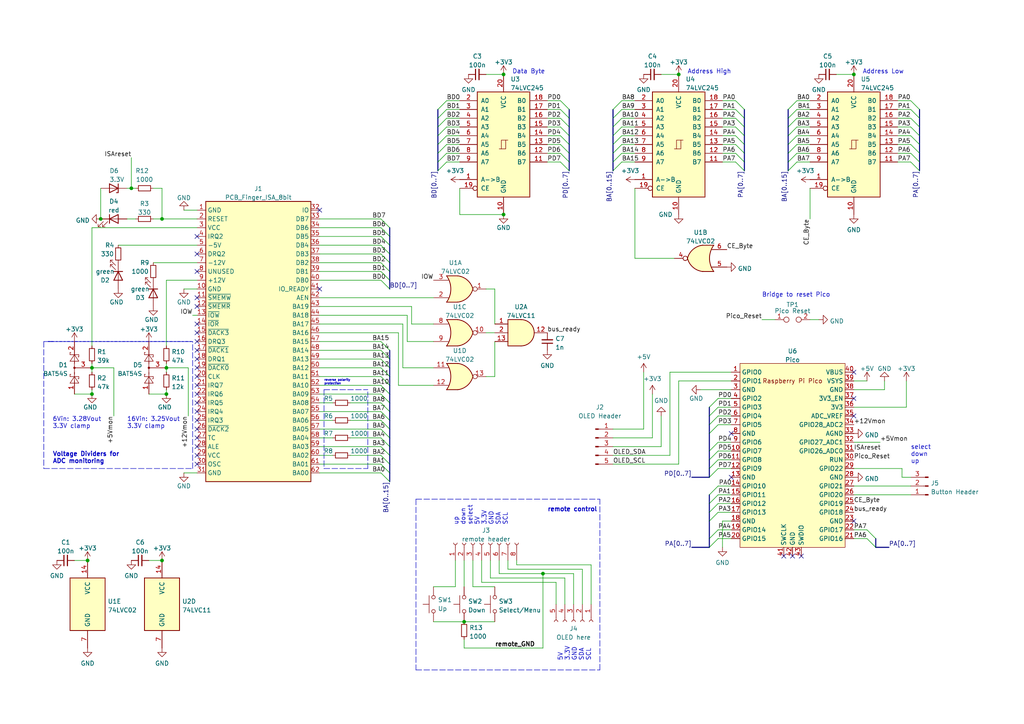
<source format=kicad_sch>
(kicad_sch (version 20211123) (generator eeschema)
  (paper "A4")
  (title_block (title "PicoPOST Prototype") (date "2022-11-13") (rev "0.51") (company "The Retro Web Community") (comment 1 "Schematic by Matthew Petry (fireTwoOneNine) and other contributors"))
  (junction (at 25.4 162.56))
  (junction (at 48.26 114.3))
  (junction (at 157.48 166.37))
  (junction (at 48.26 106.68))
  (junction (at 196.85 21.59))
  (junction (at 46.99 162.56))
  (junction (at 26.67 114.3))
  (junction (at 247.65 21.59))
  (junction (at 134.62 180.34))
  (junction (at 38.1 54.61))
  (junction (at 146.05 21.59))
  (junction (at 26.67 106.68))
  (junction (at 46.99 63.5))
  (junction (at 146.05 62.23))
  (junction (at 29.21 63.5))
  (no_connect (at 57.15 114.3))
  (no_connect (at 57.15 104.14))
  (no_connect (at 92.71 83.82))
  (no_connect (at 92.71 60.96))
  (no_connect (at 57.15 121.92))
  (no_connect (at 57.15 86.36))
  (no_connect (at 247.65 115.57))
  (no_connect (at 57.15 116.84))
  (no_connect (at 57.15 127))
  (no_connect (at 57.15 99.06))
  (no_connect (at 57.15 111.76))
  (no_connect (at 57.15 129.54))
  (no_connect (at 57.15 124.46))
  (no_connect (at 57.15 106.68))
  (no_connect (at 57.15 93.98))
  (no_connect (at 57.15 134.62))
  (no_connect (at 247.65 151.13))
  (no_connect (at 227.33 161.29))
  (no_connect (at 229.87 161.29))
  (no_connect (at 232.41 161.29))
  (no_connect (at 247.65 120.65))
  (no_connect (at 57.15 132.08))
  (no_connect (at 57.15 109.22))
  (no_connect (at 57.15 88.9))
  (no_connect (at 57.15 68.58))
  (no_connect (at 57.15 96.52))
  (no_connect (at 57.15 101.6))
  (no_connect (at 57.15 78.74))
  (no_connect (at 247.65 107.95))
  (no_connect (at 212.09 138.43))
  (no_connect (at 212.09 125.73))
  (no_connect (at 57.15 119.38))
  (no_connect (at 57.15 73.66))
  (bus_entry (at 213.36 36.83) (size 2.54 2.54))
  (bus_entry (at 213.36 34.29) (size 2.54 2.54))
  (bus_entry (at 264.16 34.29) (size 2.54 2.54))
  (bus_entry (at 110.49 66.04) (size 2.54 2.54))
  (bus_entry (at 231.14 44.45) (size -2.54 2.54))
  (bus_entry (at 213.36 46.99) (size 2.54 2.54))
  (bus_entry (at 264.16 41.91) (size 2.54 2.54))
  (bus_entry (at 213.36 29.21) (size 2.54 2.54))
  (bus_entry (at 110.49 134.62) (size 2.54 2.54))
  (bus_entry (at 110.49 119.38) (size 2.54 2.54))
  (bus_entry (at 231.14 31.75) (size -2.54 2.54))
  (bus_entry (at 213.36 39.37) (size 2.54 2.54))
  (bus_entry (at 231.14 39.37) (size -2.54 2.54))
  (bus_entry (at 231.14 46.99) (size -2.54 2.54))
  (bus_entry (at 205.74 151.13) (size 2.54 -2.54))
  (bus_entry (at 110.49 124.46) (size 2.54 2.54))
  (bus_entry (at 110.49 78.74) (size 2.54 2.54))
  (bus_entry (at 205.74 146.05) (size 2.54 -2.54))
  (bus_entry (at 264.16 29.21) (size 2.54 2.54))
  (bus_entry (at 129.54 46.99) (size -2.54 2.54))
  (bus_entry (at 129.54 44.45) (size -2.54 2.54))
  (bus_entry (at 129.54 34.29) (size -2.54 2.54))
  (bus_entry (at 129.54 36.83) (size -2.54 2.54))
  (bus_entry (at 129.54 39.37) (size -2.54 2.54))
  (bus_entry (at 129.54 41.91) (size -2.54 2.54))
  (bus_entry (at 110.49 111.76) (size 2.54 2.54))
  (bus_entry (at 129.54 31.75) (size -2.54 2.54))
  (bus_entry (at 110.49 73.66) (size 2.54 2.54))
  (bus_entry (at 110.49 116.84) (size 2.54 2.54))
  (bus_entry (at 180.34 46.99) (size -2.54 2.54))
  (bus_entry (at 180.34 44.45) (size -2.54 2.54))
  (bus_entry (at 180.34 39.37) (size -2.54 2.54))
  (bus_entry (at 180.34 41.91) (size -2.54 2.54))
  (bus_entry (at 180.34 31.75) (size -2.54 2.54))
  (bus_entry (at 180.34 34.29) (size -2.54 2.54))
  (bus_entry (at 180.34 29.21) (size -2.54 2.54))
  (bus_entry (at 180.34 36.83) (size -2.54 2.54))
  (bus_entry (at 110.49 121.92) (size 2.54 2.54))
  (bus_entry (at 110.49 106.68) (size 2.54 2.54))
  (bus_entry (at 264.16 39.37) (size 2.54 2.54))
  (bus_entry (at 264.16 44.45) (size 2.54 2.54))
  (bus_entry (at 110.49 99.06) (size 2.54 2.54))
  (bus_entry (at 213.36 44.45) (size 2.54 2.54))
  (bus_entry (at 110.49 109.22) (size 2.54 2.54))
  (bus_entry (at 208.28 156.21) (size -2.54 2.54))
  (bus_entry (at 208.28 153.67) (size -2.54 2.54))
  (bus_entry (at 110.49 101.6) (size 2.54 2.54))
  (bus_entry (at 110.49 76.2) (size 2.54 2.54))
  (bus_entry (at 231.14 41.91) (size -2.54 2.54))
  (bus_entry (at 205.74 130.81) (size 2.54 -2.54))
  (bus_entry (at 205.74 125.73) (size 2.54 -2.54))
  (bus_entry (at 205.74 133.35) (size 2.54 -2.54))
  (bus_entry (at 205.74 118.11) (size 2.54 -2.54))
  (bus_entry (at 205.74 123.19) (size 2.54 -2.54))
  (bus_entry (at 205.74 120.65) (size 2.54 -2.54))
  (bus_entry (at 205.74 138.43) (size 2.54 -2.54))
  (bus_entry (at 205.74 135.89) (size 2.54 -2.54))
  (bus_entry (at 162.56 41.91) (size 2.54 2.54))
  (bus_entry (at 162.56 29.21) (size 2.54 2.54))
  (bus_entry (at 162.56 31.75) (size 2.54 2.54))
  (bus_entry (at 162.56 34.29) (size 2.54 2.54))
  (bus_entry (at 162.56 36.83) (size 2.54 2.54))
  (bus_entry (at 162.56 39.37) (size 2.54 2.54))
  (bus_entry (at 162.56 44.45) (size 2.54 2.54))
  (bus_entry (at 162.56 46.99) (size 2.54 2.54))
  (bus_entry (at 264.16 36.83) (size 2.54 2.54))
  (bus_entry (at 205.74 148.59) (size 2.54 -2.54))
  (bus_entry (at 110.49 71.12) (size 2.54 2.54))
  (bus_entry (at 110.49 137.16) (size 2.54 2.54))
  (bus_entry (at 110.49 63.5) (size 2.54 2.54))
  (bus_entry (at 110.49 68.58) (size 2.54 2.54))
  (bus_entry (at 110.49 104.14) (size 2.54 2.54))
  (bus_entry (at 205.74 143.51) (size 2.54 -2.54))
  (bus_entry (at 264.16 46.99) (size 2.54 2.54))
  (bus_entry (at 264.16 31.75) (size 2.54 2.54))
  (bus_entry (at 231.14 29.21) (size -2.54 2.54))
  (bus_entry (at 110.49 129.54) (size 2.54 2.54))
  (bus_entry (at 251.46 156.21) (size 2.54 2.54))
  (bus_entry (at 251.46 153.67) (size 2.54 2.54))
  (bus_entry (at 127 31.75) (size 2.54 -2.54))
  (bus_entry (at 213.36 41.91) (size 2.54 2.54))
  (bus_entry (at 110.49 127) (size 2.54 2.54))
  (bus_entry (at 213.36 31.75) (size 2.54 2.54))
  (bus_entry (at 110.49 132.08) (size 2.54 2.54))
  (bus_entry (at 231.14 36.83) (size -2.54 2.54))
  (bus_entry (at 110.49 114.3) (size 2.54 2.54))
  (bus_entry (at 231.14 34.29) (size -2.54 2.54))
  (bus_entry (at 110.49 81.28) (size 2.54 2.54))
  (wire (pts (xy 261.62 135.89) (xy 261.62 138.43)))
  (wire (pts (xy 33.02 106.68) (xy 33.02 120.65)))
  (wire (pts (xy 92.71 124.46) (xy 110.49 124.46)))
  (bus (pts (xy 165.1 36.83) (xy 165.1 39.37)))
  (wire (pts (xy 101.6 127) (xy 110.49 127)))
  (wire (pts (xy 140.97 21.59) (xy 146.05 21.59)))
  (wire (pts (xy 261.62 138.43) (xy 264.16 138.43)))
  (polyline (pts (xy 93.98 113.03) (xy 93.98 135.89)))
  (wire (pts (xy 53.34 60.96) (xy 57.15 60.96)))
  (wire (pts (xy 118.11 91.44) (xy 118.11 99.06)))
  (wire (pts (xy 251.46 153.67) (xy 247.65 153.67)))
  (wire (pts (xy 92.71 132.08) (xy 96.52 132.08)))
  (wire (pts (xy 26.67 106.68) (xy 33.02 106.68)))
  (wire (pts (xy 92.71 91.44) (xy 118.11 91.44)))
  (wire (pts (xy 177.8 127) (xy 189.23 127)))
  (wire (pts (xy 26.67 114.3) (xy 26.67 113.03)))
  (bus (pts (xy 113.03 116.84) (xy 113.03 119.38)))
  (wire (pts (xy 53.34 83.82) (xy 57.15 83.82)))
  (bus (pts (xy 113.03 127) (xy 113.03 129.54)))
  (wire (pts (xy 177.8 124.46) (xy 186.69 124.46)))
  (bus (pts (xy 113.03 132.08) (xy 113.03 134.62)))
  (wire (pts (xy 158.75 41.91) (xy 162.56 41.91)))
  (wire (pts (xy 92.71 116.84) (xy 96.52 116.84)))
  (wire (pts (xy 147.32 165.1) (xy 168.91 165.1)))
  (wire (pts (xy 180.34 41.91) (xy 184.15 41.91)))
  (bus (pts (xy 205.74 133.35) (xy 205.74 135.89)))
  (wire (pts (xy 48.26 105.41) (xy 48.26 106.68)))
  (wire (pts (xy 209.55 29.21) (xy 213.36 29.21)))
  (wire (pts (xy 231.14 44.45) (xy 234.95 44.45)))
  (wire (pts (xy 133.35 54.61) (xy 133.35 62.23)))
  (wire (pts (xy 92.71 127) (xy 96.52 127)))
  (wire (pts (xy 231.14 39.37) (xy 234.95 39.37)))
  (bus (pts (xy 266.7 34.29) (xy 266.7 36.83)))
  (wire (pts (xy 92.71 119.38) (xy 110.49 119.38)))
  (polyline (pts (xy 120.65 144.78) (xy 120.65 194.31)))
  (wire (pts (xy 158.75 44.45) (xy 162.56 44.45)))
  (wire (pts (xy 57.15 91.44) (xy 55.88 91.44)))
  (bus (pts (xy 113.03 137.16) (xy 113.03 139.7)))
  (wire (pts (xy 212.09 133.35) (xy 208.28 133.35)))
  (bus (pts (xy 113.03 111.76) (xy 113.03 114.3)))
  (wire (pts (xy 92.71 81.28) (xy 110.49 81.28)))
  (wire (pts (xy 137.16 162.56) (xy 137.16 170.18)))
  (wire (pts (xy 92.71 96.52) (xy 115.57 96.52)))
  (wire (pts (xy 115.57 111.76) (xy 125.73 111.76)))
  (bus (pts (xy 200.66 158.75) (xy 205.74 158.75)))
  (bus (pts (xy 215.9 31.75) (xy 215.9 34.29)))
  (wire (pts (xy 92.71 66.04) (xy 110.49 66.04)))
  (wire (pts (xy 116.84 93.98) (xy 116.84 106.68)))
  (bus (pts (xy 113.03 73.66) (xy 113.03 71.12)))
  (polyline (pts (xy 13.97 99.06) (xy 15.24 99.06)))
  (bus (pts (xy 113.03 76.2) (xy 113.03 73.66)))
  (bus (pts (xy 165.1 46.99) (xy 165.1 49.53)))
  (wire (pts (xy 242.57 21.59) (xy 247.65 21.59)))
  (wire (pts (xy 92.71 86.36) (xy 125.73 86.36)))
  (wire (pts (xy 92.71 78.74) (xy 110.49 78.74)))
  (bus (pts (xy 127 44.45) (xy 127 46.99)))
  (wire (pts (xy 234.95 54.61) (xy 234.95 63.5)))
  (wire (pts (xy 177.8 134.62) (xy 196.85 134.62)))
  (wire (pts (xy 203.2 113.03) (xy 212.09 113.03)))
  (wire (pts (xy 139.7 162.56) (xy 139.7 168.91)))
  (wire (pts (xy 180.34 29.21) (xy 184.15 29.21)))
  (wire (pts (xy 119.38 88.9) (xy 92.71 88.9)))
  (wire (pts (xy 212.09 115.57) (xy 208.28 115.57)))
  (bus (pts (xy 205.74 151.13) (xy 205.74 156.21)))
  (wire (pts (xy 144.78 162.56) (xy 144.78 166.37)))
  (wire (pts (xy 92.71 137.16) (xy 110.49 137.16)))
  (wire (pts (xy 208.28 156.21) (xy 212.09 156.21)))
  (wire (pts (xy 260.35 44.45) (xy 264.16 44.45)))
  (wire (pts (xy 180.34 34.29) (xy 184.15 34.29)))
  (wire (pts (xy 158.75 46.99) (xy 162.56 46.99)))
  (bus (pts (xy 177.8 46.99) (xy 177.8 49.53)))
  (wire (pts (xy 209.55 39.37) (xy 213.36 39.37)))
  (wire (pts (xy 92.71 99.06) (xy 110.49 99.06)))
  (bus (pts (xy 266.7 31.75) (xy 266.7 34.29)))
  (wire (pts (xy 48.26 106.68) (xy 48.26 107.95)))
  (wire (pts (xy 212.09 110.49) (xy 196.85 110.49)))
  (wire (pts (xy 260.35 41.91) (xy 264.16 41.91)))
  (bus (pts (xy 215.9 46.99) (xy 215.9 49.53)))
  (wire (pts (xy 129.54 41.91) (xy 133.35 41.91)))
  (wire (pts (xy 247.65 143.51) (xy 264.16 143.51)))
  (wire (pts (xy 140.97 83.82) (xy 143.51 83.82)))
  (wire (pts (xy 209.55 44.45) (xy 213.36 44.45)))
  (wire (pts (xy 212.09 107.95) (xy 194.31 107.95)))
  (wire (pts (xy 43.18 162.56) (xy 46.99 162.56)))
  (wire (pts (xy 44.45 54.61) (xy 46.99 54.61)))
  (wire (pts (xy 212.09 123.19) (xy 208.28 123.19)))
  (wire (pts (xy 133.35 62.23) (xy 146.05 62.23)))
  (bus (pts (xy 127 39.37) (xy 127 41.91)))
  (bus (pts (xy 177.8 31.75) (xy 177.8 34.29)))
  (wire (pts (xy 46.99 63.5) (xy 57.15 63.5)))
  (bus (pts (xy 165.1 39.37) (xy 165.1 41.91)))
  (wire (pts (xy 36.83 63.5) (xy 39.37 63.5)))
  (wire (pts (xy 43.18 114.3) (xy 48.26 114.3)))
  (wire (pts (xy 180.34 39.37) (xy 184.15 39.37)))
  (wire (pts (xy 44.45 63.5) (xy 46.99 63.5)))
  (bus (pts (xy 127 31.75) (xy 127 34.29)))
  (wire (pts (xy 92.71 106.68) (xy 110.49 106.68)))
  (bus (pts (xy 205.74 148.59) (xy 205.74 151.13)))
  (wire (pts (xy 125.73 170.18) (xy 132.08 170.18)))
  (wire (pts (xy 92.71 76.2) (xy 110.49 76.2)))
  (wire (pts (xy 92.71 111.76) (xy 110.49 111.76)))
  (wire (pts (xy 161.29 168.91) (xy 161.29 175.26)))
  (bus (pts (xy 200.66 138.43) (xy 205.74 138.43)))
  (wire (pts (xy 142.24 167.64) (xy 163.83 167.64)))
  (bus (pts (xy 254 156.21) (xy 254 158.75)))
  (polyline (pts (xy 13.97 99.06) (xy 55.88 99.06)))
  (bus (pts (xy 205.74 135.89) (xy 205.74 138.43)))
  (wire (pts (xy 208.2612 156.21) (xy 208.28 156.21)))
  (wire (pts (xy 184.15 74.93) (xy 195.58 74.93)))
  (wire (pts (xy 231.14 36.83) (xy 234.95 36.83)))
  (wire (pts (xy 92.71 104.14) (xy 110.49 104.14)))
  (polyline (pts (xy 12.7 99.06) (xy 55.88 99.06)))
  (wire (pts (xy 196.85 110.49) (xy 196.85 134.62)))
  (wire (pts (xy 101.6 121.92) (xy 110.49 121.92)))
  (bus (pts (xy 205.74 156.21) (xy 205.74 158.75)))
  (wire (pts (xy 129.54 44.45) (xy 133.35 44.45)))
  (wire (pts (xy 36.83 54.61) (xy 38.1 54.61)))
  (wire (pts (xy 26.67 106.68) (xy 26.67 107.95)))
  (wire (pts (xy 34.29 71.12) (xy 57.15 71.12)))
  (wire (pts (xy 209.55 34.29) (xy 213.36 34.29)))
  (wire (pts (xy 158.75 39.37) (xy 162.56 39.37)))
  (wire (pts (xy 209.55 151.13) (xy 209.55 158.75)))
  (wire (pts (xy 147.32 162.56) (xy 147.32 165.1)))
  (wire (pts (xy 212.09 135.89) (xy 208.28 135.89)))
  (wire (pts (xy 142.24 162.56) (xy 142.24 167.64)))
  (polyline (pts (xy 120.65 194.31) (xy 173.99 194.31)))
  (bus (pts (xy 113.03 71.12) (xy 113.03 68.58)))
  (wire (pts (xy 194.31 107.95) (xy 194.31 132.08)))
  (wire (pts (xy 191.77 21.59) (xy 196.85 21.59)))
  (wire (pts (xy 212.09 151.13) (xy 209.55 151.13)))
  (bus (pts (xy 266.7 39.37) (xy 266.7 41.91)))
  (bus (pts (xy 228.6 39.37) (xy 228.6 41.91)))
  (polyline (pts (xy 173.99 194.31) (xy 173.99 144.78)))
  (bus (pts (xy 266.7 41.91) (xy 266.7 44.45)))
  (bus (pts (xy 177.8 41.91) (xy 177.8 44.45)))
  (wire (pts (xy 116.84 106.68) (xy 125.73 106.68)))
  (bus (pts (xy 113.03 68.58) (xy 113.03 66.04)))
  (wire (pts (xy 53.34 137.16) (xy 57.15 137.16)))
  (bus (pts (xy 113.03 109.22) (xy 113.03 111.76)))
  (polyline (pts (xy 120.65 144.78) (xy 173.99 144.78)))
  (bus (pts (xy 228.6 31.75) (xy 228.6 34.29)))
  (wire (pts (xy 92.71 121.92) (xy 96.52 121.92)))
  (wire (pts (xy 212.09 140.97) (xy 208.28 140.97)))
  (bus (pts (xy 113.03 101.6) (xy 113.03 104.14)))
  (wire (pts (xy 92.71 114.3) (xy 110.49 114.3)))
  (bus (pts (xy 215.9 44.45) (xy 215.9 46.99)))
  (wire (pts (xy 115.57 96.52) (xy 115.57 111.76)))
  (wire (pts (xy 231.14 29.21) (xy 234.95 29.21)))
  (wire (pts (xy 209.55 31.75) (xy 213.36 31.75)))
  (wire (pts (xy 129.54 36.83) (xy 133.35 36.83)))
  (bus (pts (xy 205.74 130.81) (xy 205.74 133.35)))
  (wire (pts (xy 48.26 106.68) (xy 54.61 106.68)))
  (bus (pts (xy 113.03 106.68) (xy 113.03 109.22)))
  (bus (pts (xy 165.1 41.91) (xy 165.1 44.45)))
  (wire (pts (xy 180.34 31.75) (xy 184.15 31.75)))
  (wire (pts (xy 48.26 81.28) (xy 57.15 81.28)))
  (wire (pts (xy 251.46 156.21) (xy 247.65 156.21)))
  (wire (pts (xy 149.86 163.83) (xy 171.45 163.83)))
  (wire (pts (xy 92.71 71.12) (xy 110.49 71.12)))
  (bus (pts (xy 266.7 46.99) (xy 266.7 49.53)))
  (wire (pts (xy 129.54 39.37) (xy 133.35 39.37)))
  (bus (pts (xy 127 36.83) (xy 127 39.37)))
  (wire (pts (xy 256.54 113.03) (xy 256.54 110.49)))
  (bus (pts (xy 113.03 104.14) (xy 113.03 106.68)))
  (wire (pts (xy 231.14 46.99) (xy 234.95 46.99)))
  (wire (pts (xy 92.71 73.66) (xy 110.49 73.66)))
  (bus (pts (xy 266.7 44.45) (xy 266.7 46.99)))
  (wire (pts (xy 231.14 31.75) (xy 234.95 31.75)))
  (bus (pts (xy 215.9 39.37) (xy 215.9 41.91)))
  (bus (pts (xy 113.03 78.74) (xy 113.03 76.2)))
  (bus (pts (xy 266.7 36.83) (xy 266.7 39.37)))
  (polyline (pts (xy 93.98 113.03) (xy 106.68 113.03)))
  (wire (pts (xy 92.71 63.5) (xy 110.49 63.5)))
  (wire (pts (xy 92.71 101.6) (xy 110.49 101.6)))
  (wire (pts (xy 157.48 166.37) (xy 166.37 166.37)))
  (wire (pts (xy 140.97 96.52) (xy 143.51 96.52)))
  (wire (pts (xy 129.54 31.75) (xy 133.35 31.75)))
  (wire (pts (xy 26.67 66.04) (xy 57.15 66.04)))
  (wire (pts (xy 119.38 93.98) (xy 119.38 88.9)))
  (wire (pts (xy 44.45 76.2) (xy 57.15 76.2)))
  (bus (pts (xy 205.74 143.51) (xy 205.74 146.05)))
  (bus (pts (xy 228.6 46.99) (xy 228.6 49.53)))
  (polyline (pts (xy 93.98 135.89) (xy 106.68 135.89)))
  (wire (pts (xy 180.34 36.83) (xy 184.15 36.83)))
  (bus (pts (xy 228.6 41.91) (xy 228.6 44.45)))
  (wire (pts (xy 149.86 162.56) (xy 149.86 163.83)))
  (wire (pts (xy 143.51 109.22) (xy 143.51 99.06)))
  (wire (pts (xy 157.48 166.37) (xy 157.48 187.96)))
  (wire (pts (xy 247.65 113.03) (xy 256.54 113.03)))
  (wire (pts (xy 125.73 180.34) (xy 134.62 180.34)))
  (wire (pts (xy 129.54 34.29) (xy 133.35 34.29)))
  (wire (pts (xy 118.11 99.06) (xy 125.73 99.06)))
  (wire (pts (xy 260.35 39.37) (xy 264.16 39.37)))
  (bus (pts (xy 113.03 134.62) (xy 113.03 137.16)))
  (bus (pts (xy 228.6 36.83) (xy 228.6 39.37)))
  (wire (pts (xy 212.09 148.59) (xy 208.28 148.59)))
  (wire (pts (xy 48.26 114.3) (xy 48.26 113.03)))
  (wire (pts (xy 212.09 146.05) (xy 208.28 146.05)))
  (wire (pts (xy 180.34 44.45) (xy 184.15 44.45)))
  (wire (pts (xy 158.75 29.21) (xy 162.56 29.21)))
  (wire (pts (xy 247.65 140.97) (xy 264.16 140.97)))
  (wire (pts (xy 129.54 29.21) (xy 133.35 29.21)))
  (bus (pts (xy 127 34.29) (xy 127 36.83)))
  (wire (pts (xy 247.65 128.27) (xy 255.27 128.27)))
  (wire (pts (xy 144.78 166.37) (xy 157.48 166.37)))
  (wire (pts (xy 212.09 118.11) (xy 208.28 118.11)))
  (polyline (pts (xy 12.7 135.89) (xy 55.88 135.89)))
  (wire (pts (xy 158.75 36.83) (xy 162.56 36.83)))
  (wire (pts (xy 54.61 106.68) (xy 54.61 120.65)))
  (bus (pts (xy 215.9 41.91) (xy 215.9 44.45)))
  (bus (pts (xy 177.8 36.83) (xy 177.8 39.37)))
  (wire (pts (xy 177.8 132.08) (xy 194.31 132.08)))
  (bus (pts (xy 113.03 83.82) (xy 113.03 81.28)))
  (wire (pts (xy 48.26 81.28) (xy 48.26 100.33)))
  (wire (pts (xy 92.71 134.62) (xy 110.49 134.62)))
  (bus (pts (xy 205.74 146.05) (xy 205.74 148.59)))
  (bus (pts (xy 165.1 44.45) (xy 165.1 46.99)))
  (wire (pts (xy 212.09 143.51) (xy 208.28 143.51)))
  (bus (pts (xy 177.8 44.45) (xy 177.8 46.99)))
  (wire (pts (xy 163.83 167.64) (xy 163.83 175.26)))
  (bus (pts (xy 205.74 120.65) (xy 205.74 123.19)))
  (bus (pts (xy 113.03 124.46) (xy 113.03 127)))
  (wire (pts (xy 191.77 129.54) (xy 191.77 120.65)))
  (wire (pts (xy 177.8 129.54) (xy 191.77 129.54)))
  (bus (pts (xy 228.6 44.45) (xy 228.6 46.99)))
  (bus (pts (xy 254 158.75) (xy 257.81 158.75)))
  (bus (pts (xy 215.9 34.29) (xy 215.9 36.83)))
  (bus (pts (xy 113.03 114.3) (xy 113.03 116.84)))
  (wire (pts (xy 180.34 46.99) (xy 184.15 46.99)))
  (wire (pts (xy 92.71 129.54) (xy 110.49 129.54)))
  (bus (pts (xy 177.8 39.37) (xy 177.8 41.91)))
  (wire (pts (xy 231.14 41.91) (xy 234.95 41.91)))
  (wire (pts (xy 171.45 163.83) (xy 171.45 175.26)))
  (wire (pts (xy 209.55 41.91) (xy 213.36 41.91)))
  (bus (pts (xy 113.03 81.28) (xy 113.03 78.74)))
  (wire (pts (xy 119.38 93.98) (xy 125.73 93.98)))
  (wire (pts (xy 184.15 54.61) (xy 184.15 74.93)))
  (wire (pts (xy 166.37 166.37) (xy 166.37 175.26)))
  (wire (pts (xy 132.08 162.56) (xy 132.08 170.18)))
  (bus (pts (xy 205.74 125.73) (xy 205.74 130.81)))
  (wire (pts (xy 157.48 187.96) (xy 134.62 187.96)))
  (wire (pts (xy 143.51 83.82) (xy 143.51 93.98)))
  (wire (pts (xy 262.89 118.11) (xy 247.65 118.11)))
  (bus (pts (xy 113.03 129.54) (xy 113.03 132.08)))
  (wire (pts (xy 212.09 120.65) (xy 208.28 120.65)))
  (wire (pts (xy 186.69 107.95) (xy 186.69 124.46)))
  (polyline (pts (xy 106.68 135.89) (xy 106.68 113.03)))
  (wire (pts (xy 140.97 109.22) (xy 143.51 109.22)))
  (wire (pts (xy 101.6 116.84) (xy 110.49 116.84)))
  (bus (pts (xy 165.1 34.29) (xy 165.1 36.83)))
  (wire (pts (xy 38.1 45.72) (xy 38.1 54.61)))
  (wire (pts (xy 234.95 92.71) (xy 237.49 92.71)))
  (bus (pts (xy 205.74 118.11) (xy 205.74 120.65)))
  (wire (pts (xy 260.35 34.29) (xy 264.16 34.29)))
  (wire (pts (xy 247.65 110.49) (xy 251.46 110.49)))
  (wire (pts (xy 38.1 54.61) (xy 39.37 54.61)))
  (wire (pts (xy 212.09 130.81) (xy 208.28 130.81)))
  (bus (pts (xy 177.8 34.29) (xy 177.8 36.83)))
  (wire (pts (xy 26.67 66.04) (xy 26.67 100.33)))
  (wire (pts (xy 134.62 162.56) (xy 134.62 170.18)))
  (wire (pts (xy 220.98 92.71) (xy 224.79 92.71)))
  (wire (pts (xy 143.51 170.18) (xy 137.16 170.18)))
  (bus (pts (xy 228.6 34.29) (xy 228.6 36.83)))
  (wire (pts (xy 231.14 34.29) (xy 234.95 34.29)))
  (wire (pts (xy 212.09 128.27) (xy 208.28 128.27)))
  (wire (pts (xy 208.28 153.67) (xy 212.09 153.67)))
  (wire (pts (xy 209.55 36.83) (xy 213.36 36.83)))
  (wire (pts (xy 158.75 34.29) (xy 162.56 34.29)))
  (wire (pts (xy 134.62 180.34) (xy 143.51 180.34)))
  (wire (pts (xy 260.35 46.99) (xy 264.16 46.99)))
  (polyline (pts (xy 12.7 99.06) (xy 12.7 135.89)))
  (bus (pts (xy 165.1 31.75) (xy 165.1 34.29)))
  (wire (pts (xy 209.55 46.99) (xy 213.36 46.99)))
  (bus (pts (xy 127 46.99) (xy 127 49.53)))
  (bus (pts (xy 113.03 121.92) (xy 113.03 124.46)))
  (bus (pts (xy 205.74 123.19) (xy 205.74 125.73)))
  (wire (pts (xy 21.59 114.3) (xy 26.67 114.3)))
  (bus (pts (xy 127 41.91) (xy 127 44.45)))
  (wire (pts (xy 168.91 165.1) (xy 168.91 175.26)))
  (wire (pts (xy 139.7 168.91) (xy 161.29 168.91)))
  (wire (pts (xy 92.71 93.98) (xy 116.84 93.98)))
  (wire (pts (xy 158.75 31.75) (xy 162.56 31.75)))
  (wire (pts (xy 134.62 187.96) (xy 134.62 185.42)))
  (wire (pts (xy 101.6 132.08) (xy 110.49 132.08)))
  (wire (pts (xy 46.99 54.61) (xy 46.99 63.5)))
  (wire (pts (xy 26.67 105.41) (xy 26.67 106.68)))
  (wire (pts (xy 92.71 109.22) (xy 110.49 109.22)))
  (wire (pts (xy 208.28 153.67) (xy 208.2612 153.67)))
  (wire (pts (xy 247.65 135.89) (xy 261.62 135.89)))
  (wire (pts (xy 189.23 114.3) (xy 189.23 127)))
  (bus (pts (xy 215.9 36.83) (xy 215.9 39.37)))
  (bus (pts (xy 113.03 119.38) (xy 113.03 121.92)))
  (wire (pts (xy 129.54 46.99) (xy 133.35 46.99)))
  (wire (pts (xy 262.89 110.49) (xy 262.89 118.11)))
  (wire (pts (xy 260.35 36.83) (xy 264.16 36.83)))
  (polyline (pts (xy 55.88 135.89) (xy 55.88 99.06)))
  (wire (pts (xy 260.35 31.75) (xy 264.16 31.75)))
  (wire (pts (xy 92.71 68.58) (xy 110.49 68.58)))
  (wire (pts (xy 29.21 54.61) (xy 29.21 63.5)))
  (wire (pts (xy 21.59 162.56) (xy 25.4 162.56)))
  (wire (pts (xy 260.35 29.21) (xy 264.16 29.21)))
  (text "6Vin: 3.28Vout\n3.3V clamp" (at 15.24 124.46 0) (effects (font (size 1.27 1.27)) (justify left bottom)))
  (text "up\ndown\nselect\n5V\n3.3V\nGND\nSDA\nSCL" (at 147.32 152.4 90) (effects (font (size 1.27 1.27)) (justify left bottom)))
  (text "Voltage Dividers for\nADC monitoring" (at 15.24 134.62 0) (effects (font (size 1.27 1.27) (thickness 0.254) bold) (justify left bottom)))
  (text "reverse polarity\nprotection" (at 93.98 111.76 0) (effects (font (size 0.635 0.635)) (justify left bottom)))
  (text "remote control" (at 158.75 148.59 0) (effects (font (size 1.27 1.27) (thickness 0.254) bold) (justify left bottom)))
  (text "select\ndown\nup" (at 264.16 134.62 0) (effects (font (size 1.27 1.27)) (justify left bottom)))
  (text "Data Byte\n" (at 148.59 21.59 0) (effects (font (size 1.27 1.27)) (justify left bottom)))
  (text "Bridge to reset Pico" (at 220.98 86.36 0) (effects (font (size 1.27 1.27)) (justify left bottom)))
  (text "16Vin: 3.25Vout\n3.3V clamp" (at 36.83 124.46 0) (effects (font (size 1.27 1.27)) (justify left bottom)))
  (text "Address High" (at 199.39 21.59 0) (effects (font (size 1.27 1.27)) (justify left bottom)))
  (text "Address Low" (at 250.19 21.59 0) (effects (font (size 1.27 1.27)) (justify left bottom)))
  (text "5V\n3.3V\nGND\nSDA\nSCL" (at 171.45 191.77 90) (effects (font (size 1.27 1.27)) (justify left bottom)))
  (label "BA[0..15]" (at 113.03 139.7 270))
  (label "BD3" (at 129.54 36.83 0))
  (label "BA5" (at 231.14 41.91 0))
  (label "BA11" (at 107.95 109.22 0))
  (label "PA[0..7]" (at 266.7 49.53 270))
  (label "BD5" (at 107.95 68.58 0))
  (label "+5Vmon" (at 33.02 120.65 270))
  (label "PA2" (at 209.55 34.29 0))
  (label "PA0" (at 209.55 29.21 0))
  (label "BA8" (at 107.95 116.84 0))
  (label "PD0" (at 208.28 115.57 0))
  (label "BA7" (at 231.14 46.99 0))
  (label "BA3" (at 231.14 36.83 0))
  (label "PD5" (at 158.75 41.91 0))
  (label "ISAreset" (at 38.1 45.72 180))
  (label "PA[0..7]" (at 257.81 158.75 0))
  (label "BA14" (at 107.95 101.6 0))
  (label "BD6" (at 129.54 44.45 0))
  (label "BD0" (at 107.95 81.28 0))
  (label "CE_Byte" (at 234.95 63.5 270))
  (label "PD2" (at 158.75 34.29 0))
  (label "PA3" (at 208.28 148.59 0))
  (label "PD4" (at 208.28 128.27 0))
  (label "BA4" (at 107.95 127 0))
  (label "PA7" (at 247.65 153.67 0))
  (label "BD2" (at 107.95 76.2 0))
  (label "BA9" (at 107.95 114.3 0))
  (label "PA6" (at 247.65 156.21 0))
  (label "Pico_Reset" (at 220.98 92.71 180))
  (label "PD1" (at 158.75 31.75 0))
  (label "BD[0..7]" (at 113.03 83.82 0))
  (label "BA8" (at 180.34 29.21 0))
  (label "BA6" (at 231.14 44.45 0))
  (label "BD0" (at 129.54 29.21 0))
  (label "PD3" (at 208.28 123.19 0))
  (label "BD3" (at 107.95 73.66 0))
  (label "PA4" (at 209.55 39.37 0))
  (label "BD6" (at 107.95 66.04 0))
  (label "OLED_SCL" (at 177.8 134.62 0))
  (label "PD3" (at 158.75 36.83 0))
  (label "PA3" (at 260.35 36.83 0))
  (label "remote_GND" (at 143.51 187.96 0) (effects (font bold)))
  (label "BA13" (at 107.95 104.14 0))
  (label "PA7" (at 209.55 46.99 0))
  (label "BA0" (at 231.14 29.21 0))
  (label "ISAreset" (at 247.65 130.81 0))
  (label "PD[0..7]" (at 165.1 49.53 270))
  (label "PA2" (at 260.35 34.29 0))
  (label "IOW" (at 125.73 81.28 180))
  (label "PD5" (at 208.28 130.81 0))
  (label "OLED_SDA" (at 177.8 132.08 0))
  (label "PD7" (at 208.28 135.89 0))
  (label "PD[0..7]" (at 200.66 138.43 180))
  (label "BD5" (at 129.54 41.91 0))
  (label "PA[0..7]" (at 215.9 49.53 270))
  (label "CE_Byte" (at 247.65 146.05 0))
  (label "BA2" (at 231.14 34.29 0))
  (label "BA1" (at 107.95 134.62 0))
  (label "PA0" (at 260.35 29.21 0))
  (label "BA1" (at 231.322 31.75 0))
  (label "PA4" (at 260.35 39.37 0))
  (label "+12Vmon" (at 247.65 123.19 0))
  (label "BA14" (at 180.34 44.45 0))
  (label "BA15" (at 107.95 99.06 0))
  (label "BD2" (at 129.54 34.29 0))
  (label "bus_ready" (at 247.65 148.59 0))
  (label "PD6" (at 158.75 44.45 0))
  (label "BD7" (at 107.95 63.5 0))
  (label "PA1" (at 260.35 31.75 0))
  (label "PA1" (at 208.28 143.51 0))
  (label "BA4" (at 231.14 39.37 0))
  (label "BA11" (at 180.34 36.83 0))
  (label "BA0" (at 107.95 137.16 0))
  (label "PA3" (at 209.55 36.83 0))
  (label "BA6" (at 107.95 121.92 0))
  (label "BD1" (at 107.95 78.74 0))
  (label "BA7" (at 107.95 119.38 0))
  (label "BA5" (at 107.95 124.46 0))
  (label "IOW" (at 55.88 91.44 180))
  (label "PD2" (at 208.28 120.65 0))
  (label "PD1" (at 208.28 118.11 0))
  (label "BD4" (at 107.95 71.12 0))
  (label "BD1" (at 129.54 31.75 0))
  (label "BA10" (at 180.34 34.29 0))
  (label "BA[0..15]" (at 177.8 49.53 270))
  (label "BA12" (at 107.95 106.68 0))
  (label "PD4" (at 158.75 39.37 0))
  (label "PA2" (at 208.28 146.05 0))
  (label "BA10" (at 107.95 111.76 0))
  (label "PA[0..7]" (at 200.66 158.75 180))
  (label "BA9" (at 180.34 31.75 0))
  (label "BD4" (at 129.54 39.37 0))
  (label "PA7" (at 260.35 46.99 0))
  (label "PA4" (at 208.28 153.67 0))
  (label "BA[0..15]" (at 228.6 49.53 270))
  (label "BD[0..7]" (at 127 49.53 270))
  (label "PD7" (at 158.75 46.99 0))
  (label "PA6" (at 260.35 44.45 0))
  (label "BA2" (at 107.95 132.08 0))
  (label "bus_ready" (at 158.75 96.52 0))
  (label "PA0" (at 208.4558 140.97 0))
  (label "PA5" (at 209.55 41.91 0))
  (label "PA5" (at 260.35 41.91 0))
  (label "BA13" (at 180.34 41.91 0))
  (label "BA3" (at 107.95 129.54 0))
  (label "PD6" (at 208.28 133.35 0))
  (label "CE_Byte" (at 210.82 72.39 0))
  (label "PA1" (at 209.55 31.75 0))
  (label "BD7" (at 129.54 46.99 0))
  (label "PD0" (at 158.75 29.21 0))
  (label "+5Vmon" (at 255.27 128.27 0))
  (label "BA15" (at 180.34 46.99 0))
  (label "PA6" (at 209.55 44.45 0))
  (label "+12Vmon" (at 54.61 120.65 270))
  (label "BA12" (at 180.34 39.37 0))
  (label "Pico_Reset" (at 247.65 133.35 0))
  (label "PA5" (at 208.28 156.21 0))
  (symbol (lib_id "Device:R_Small") (at 99.06 132.08 270) (unit 1)
    (property "Reference" "R8" (at 95.25 130.81 90))
    (property "Value" "1000" (at 104.14 130.81 90))
    (property "Footprint" "Resistor_SMD:R_1206_3216Metric_Pad1.30x1.75mm_HandSolder" (effects hide))
  )
  (symbol (lib_id "Device:R_Small") (at 99.06 127 270) (unit 1)
    (property "Reference" "R7" (at 95.25 125.73 90))
    (property "Value" "1000" (at 104.14 125.73 90))
    (property "Footprint" "Resistor_SMD:R_1206_3216Metric_Pad1.30x1.75mm_HandSolder" (effects hide))
  )
  (symbol (lib_id "Device:R_Small") (at 99.06 121.92 270) (unit 1)
    (property "Reference" "R6" (at 95.25 120.65 90))
    (property "Value" "1000" (at 104.14 120.65 90))
    (property "Footprint" "Resistor_SMD:R_1206_3216Metric_Pad1.30x1.75mm_HandSolder" (effects hide))
  )
  (symbol (lib_id "Device:R_Small") (at 99.06 116.84 270) (unit 1)
    (property "Reference" "R5" (at 95.25 115.57 90))
    (property "Value" "1000" (at 104.14 115.57 90))
    (property "Footprint" "Resistor_SMD:R_1206_3216Metric_Pad1.30x1.75mm_HandSolder" (effects hide))
  )
  (symbol (lib_id "power:GND") (at 16.51 162.56 0) (unit 1)
    (property "Reference" "#PWR03" (effects hide))
    (property "Value" "GND" (at 16.51 167.0034 0))
  )
  (symbol (lib_id "Device:C_Small") (at 138.43 21.59 90) (unit 1)
    (property "Reference" "C3" (at 138.4363 16.3281 90))
    (property "Value" "100n" (at 138.4363 18.865 90))
    (property "Footprint" "Capacitor_SMD:C_1206_3216Metric_Pad1.33x1.80mm_HandSolder" (effects hide))
  )
  (symbol (lib_id "Device:R_Small") (at 41.91 54.61 90) (unit 1)
    (property "Reference" "R12" (at 43.18 49.53 90) (effects (justify left)))
    (property "Value" "1000" (at 44.45 52.07 90) (effects (justify left)))
    (property "Footprint" "Resistor_SMD:R_1206_3216Metric_Pad1.30x1.75mm_HandSolder" (effects hide))
  )
  (symbol (lib_id "power:GND") (at 146.05 62.23 0) (unit 1)
    (property "Reference" "#PWR07" (effects hide))
    (property "Value" "GND" (at 146.05 66.04 0))
  )
  (symbol (lib_id "power:GND") (at 48.26 114.3 0) (unit 1)
    (property "Reference" "#PWR026" (effects hide))
    (property "Value" "GND" (at 45.72 118.11 0) (effects (justify left)))
  )
  (symbol (lib_id "power:GND") (at 186.69 21.59 0) (unit 1)
    (property "Reference" "#PWR0113" (effects hide))
    (property "Value" "GND" (at 186.69 26.0334 0))
  )
  (symbol (lib_id "Device:R_Small") (at 26.67 110.49 0) (unit 1)
    (property "Reference" "R2" (at 28.1686 109.6553 0) (effects (justify left)))
    (property "Value" "47k" (at 28.1686 112.1922 0) (effects (justify left)))
    (property "Footprint" "Resistor_SMD:R_1206_3216Metric_Pad1.30x1.75mm_HandSolder" (effects hide))
  )
  (symbol (lib_id "power:GND") (at 237.49 21.59 0) (unit 1)
    (property "Reference" "#PWR0112" (effects hide))
    (property "Value" "GND" (at 237.49 26.0334 0))
  )
  (symbol (lib_id "74xx:74LS02") (at 133.35 83.82 0) (mirror x) (unit 1)
    (property "Reference" "U1" (at 132.08 76.2 0))
    (property "Value" "74LVC02" (at 132.08 78.74 0))
    (property "Footprint" "Package_SO:SO-14_3.9x8.65mm_P1.27mm" (effects hide))
    (property "Datasheet" "http://www.ti.com/lit/gpn/sn74ls02" (effects hide))
  )
  (symbol (lib_id "Device:C_Small") (at 189.23 21.59 90) (unit 1)
    (property "Reference" "C4" (at 189.2363 16.3281 90))
    (property "Value" "100n" (at 189.2363 18.865 90))
    (property "Footprint" "Capacitor_SMD:C_1206_3216Metric_Pad1.33x1.80mm_HandSolder" (effects hide))
  )
  (symbol (lib_id "power:+3.3V") (at 262.89 110.49 0) (unit 1)
    (property "Reference" "#PWR020" (effects hide))
    (property "Value" "+3.3V" (at 262.89 106.9142 0))
  )
  (symbol (lib_id "power:GND") (at 247.65 62.23 0) (unit 1)
    (property "Reference" "#PWR011" (effects hide))
    (property "Value" "GND" (at 247.65 66.6734 0))
  )
  (symbol (lib_id "Device:R_Small") (at 34.29 73.66 180) (unit 1)
    (property "Reference" "R4" (at 30.48 71.12 0) (effects (justify right)))
    (property "Value" "330" (at 29.21 73.66 0) (effects (justify right)))
    (property "Footprint" "Resistor_SMD:R_1206_3216Metric_Pad1.30x1.75mm_HandSolder" (effects hide))
  )
  (symbol (lib_id "power:GND") (at 34.29 83.82 0) (unit 1)
    (property "Reference" "#PWR021" (effects hide))
    (property "Value" "GND" (at 31.75 87.63 0) (effects (justify left)))
  )
  (symbol (lib_id "74xx:74HC02") (at 133.35 96.52 0) (unit 3)
    (property "Reference" "U1" (at 133.35 89.0102 0))
    (property "Value" "74LVC02" (at 133.35 91.5471 0))
    (property "Footprint" "Package_SO:SO-14_3.9x8.65mm_P1.27mm" (effects hide))
    (property "Datasheet" "http://www.ti.com/lit/gpn/sn74hc02" (effects hide))
  )
  (symbol (lib_id "Switch:SW_Push") (at 134.62 175.26 90) (unit 1)
    (property "Reference" "SW2" (at 135.763 174.4253 90) (effects (justify right)))
    (property "Value" "Down" (at 135.763 176.9622 90) (effects (justify right)))
    (property "Footprint" "Button_Switch_THT:SW_PUSH_6mm_H5mm" (effects hide))
  )
  (symbol (lib_id "74xx:74HC02") (at 133.35 109.22 0) (unit 4)
    (property "Reference" "U1" (at 133.35 101.7102 0))
    (property "Value" "74LVC02" (at 133.35 104.2471 0))
    (property "Footprint" "Package_SO:SO-14_3.9x8.65mm_P1.27mm" (effects hide))
    (property "Datasheet" "http://www.ti.com/lit/gpn/sn74hc02" (effects hide))
  )
  (symbol (lib_id "Switch:SW_Push") (at 143.51 175.26 90) (unit 1)
    (property "Reference" "SW3" (at 144.653 174.4253 90) (effects (justify right)))
    (property "Value" "Select/Menu" (at 144.653 176.9622 90) (effects (justify right)))
    (property "Footprint" "Button_Switch_THT:SW_PUSH_6mm_H5mm" (effects hide))
  )
  (symbol (lib_id "Device:LED") (at 44.45 85.09 270) (unit 1)
    (property "Reference" "D3" (at 40.64 86.36 90))
    (property "Value" "green" (at 40.64 83.82 90))
    (property "Footprint" "LED_THT:LED_D3.0mm" (effects hide))
  )
  (symbol (lib_id "Device:R_Small") (at 48.26 102.87 0) (unit 1)
    (property "Reference" "R10" (at 49.7586 102.0353 0) (effects (justify left)))
    (property "Value" "47k" (at 49.7586 104.5722 0) (effects (justify left)))
    (property "Footprint" "Resistor_SMD:R_1206_3216Metric_Pad1.30x1.75mm_HandSolder" (effects hide))
  )
  (symbol (lib_id "power:+3.3V") (at 234.95 52.07 90) (unit 1)
    (property "Reference" "#PWR010" (effects hide))
    (property "Value" "+3.3V" (at 236.22 49.53 90) (effects (justify left)))
  )
  (symbol (lib_id "ISAfinger:PCB_Finger_ISA_8bit") (at 74.93 99.06 0) (unit 1)
    (property "Reference" "J1" (at 74.93 54.7202 0))
    (property "Value" "PCB_Finger_ISA_8bit" (at 74.93 57.2571 0))
    (property "Footprint" "IDEcardedge:BUS_IDE8" (effects hide))
    (property "Datasheet" "https://en.wikipedia.org/wiki/Industry_Standard_Architecture" (effects hide))
  )
  (symbol (lib_id "74xx:74LS11") (at 151.13 96.52 0) (unit 1)
    (property "Reference" "U2" (at 151.13 89.0102 0))
    (property "Value" "74LVC11" (at 151.13 91.5471 0))
    (property "Footprint" "Package_SO:SO-14_3.9x8.65mm_P1.27mm" (effects hide))
    (property "Datasheet" "http://www.ti.com/lit/gpn/sn74LS11" (effects hide))
  )
  (symbol (lib_id "power:GND") (at 256.54 110.49 180) (unit 1)
    (property "Reference" "#PWR019" (effects hide))
    (property "Value" "GND" (at 256.54 106.9142 0))
  )
  (symbol (lib_id "Device:LED") (at 34.29 80.01 270) (unit 1)
    (property "Reference" "D2" (at 30.48 81.28 90))
    (property "Value" "green" (at 30.48 78.74 90))
    (property "Footprint" "LED_THT:LED_D3.0mm" (effects hide))
  )
  (symbol (lib_id "power:GND") (at 53.34 60.96 180) (unit 1)
    (property "Reference" "#PWR05" (effects hide))
    (property "Value" "GND" (at 53.34 57.3842 0))
  )
  (symbol (lib_id "power:GND") (at 203.2 113.03 270) (unit 1)
    (property "Reference" "#PWR0107" (effects hide))
    (property "Value" "GND" (at 201.93 115.57 90))
  )
  (symbol (lib_id "power:+5V") (at 186.69 107.95 0) (unit 1)
    (property "Reference" "#PWR015" (effects hide))
    (property "Value" "+5V" (at 186.69 103.5066 0))
  )
  (symbol (lib_id "Switch:SW_Push") (at 125.73 175.26 90) (unit 1)
    (property "Reference" "SW1" (at 127 173.99 90) (effects (justify right)))
    (property "Value" "Up" (at 127 176.53 90) (effects (justify right)))
    (property "Footprint" "Button_Switch_THT:SW_PUSH_6mm_H5mm" (effects hide))
  )
  (symbol (lib_id "power:+3.3V") (at 247.65 21.59 0) (unit 1)
    (property "Reference" "#PWR014" (effects hide))
    (property "Value" "+3.3V" (at 247.65 18.0142 0))
  )
  (symbol (lib_id "Device:R_Small") (at 26.67 102.87 0) (unit 1)
    (property "Reference" "R1" (at 28.1686 102.0353 0) (effects (justify left)))
    (property "Value" "39k" (at 28.1686 104.5722 0) (effects (justify left)))
    (property "Footprint" "Resistor_SMD:R_1206_3216Metric_Pad1.30x1.75mm_HandSolder" (effects hide))
  )
  (symbol (lib_id "Device:C_Small") (at 19.05 162.56 90) (unit 1)
    (property "Reference" "C1" (at 19.0563 157.2981 90))
    (property "Value" "100n" (at 19.0563 159.835 90))
    (property "Footprint" "Capacitor_SMD:C_1206_3216Metric_Pad1.33x1.80mm_HandSolder" (effects hide))
  )
  (symbol (lib_id "74xx:74LS02") (at 203.2 74.93 180) (unit 2)
    (property "Reference" "U1" (at 203.2 67.4202 0))
    (property "Value" "74LVC02" (at 203.2 69.9571 0))
    (property "Footprint" "Package_SO:SO-14_3.9x8.65mm_P1.27mm" (effects hide))
    (property "Datasheet" "http://www.ti.com/lit/gpn/sn74ls02" (effects hide))
  )
  (symbol (lib_id "power:GND") (at 38.1 162.56 0) (unit 1)
    (property "Reference" "#PWR0104" (effects hide))
    (property "Value" "GND" (at 38.1 167.0034 0))
  )
  (symbol (lib_id "power:+3.3V") (at 189.23 114.3 0) (unit 1)
    (property "Reference" "#PWR016" (effects hide))
    (property "Value" "+3.3V" (at 189.23 109.8566 0))
  )
  (symbol (lib_id "power:+3.3V") (at 184.15 52.07 90) (unit 1)
    (property "Reference" "#PWR08" (effects hide))
    (property "Value" "+3.3V" (at 185.42 49.53 90) (effects (justify left)))
  )
  (symbol (lib_id "Device:R_Small") (at 41.91 63.5 90) (unit 1)
    (property "Reference" "R3" (at 41.91 59.0636 90))
    (property "Value" "330" (at 41.91 61.6005 90))
    (property "Footprint" "Resistor_SMD:R_1206_3216Metric_Pad1.30x1.75mm_HandSolder" (effects hide))
  )
  (symbol (lib_id "power:GND") (at 191.77 120.65 180) (unit 1)
    (property "Reference" "#PWR017" (effects hide))
    (property "Value" "GND" (at 191.77 116.2066 0))
  )
  (symbol (lib_id "power:GND") (at 247.65 125.73 90) (unit 1)
    (property "Reference" "#PWR0105" (effects hide))
    (property "Value" "GND" (at 250.825 126.1638 90) (effects (justify right)))
  )
  (symbol (lib_id "power:GND") (at 135.89 21.59 0) (unit 1)
    (property "Reference" "#PWR0106" (effects hide))
    (property "Value" "GND" (at 135.89 26.0334 0))
  )
  (symbol (lib_id "Connector:Conn_01x05_Female") (at 166.37 180.34 270) (unit 1)
    (property "Reference" "J4" (at 166.37 182.3196 90))
    (property "Value" "OLED here" (at 166.37 184.8565 90))
    (property "Footprint" "Connector_PinSocket_2.54mm:PinSocket_1x05_P2.54mm_Vertical" (effects hide))
  )
  (symbol (lib_id "power:GND") (at 196.85 62.23 0) (unit 1)
    (property "Reference" "#PWR09" (effects hide))
    (property "Value" "GND" (at 193.04 62.23 0))
  )
  (symbol (lib_id "Diode:BAT54S") (at 43.18 106.68 90) (unit 1)
    (property "Reference" "D5" (at 41.275 105.8453 90) (effects (justify left)))
    (property "Value" "BAT54S" (at 41.275 108.3822 90) (effects (justify left)))
    (property "Footprint" "Package_TO_SOT_SMD:SOT-23_Handsoldering" (effects hide))
    (property "Datasheet" "https://www.diodes.com/assets/Datasheets/ds11005.pdf" (effects hide))
  )
  (symbol (lib_id "Device:LED") (at 33.02 63.5 0) (unit 1)
    (property "Reference" "D4" (at 33.02 58.42 0))
    (property "Value" "red" (at 33.02 60.96 0))
    (property "Footprint" "LED_THT:LED_D3.0mm" (effects hide))
  )
  (symbol (lib_id "Device:R_Small") (at 134.62 182.88 0) (unit 1)
    (property "Reference" "R13" (at 136.1186 182.0453 0) (effects (justify left)))
    (property "Value" "1000" (at 136.1186 184.5822 0) (effects (justify left)))
    (property "Footprint" "Resistor_SMD:R_1206_3216Metric_Pad1.30x1.75mm_HandSolder" (effects hide))
  )
  (symbol (lib_id "Connector:TestPoint_2Pole") (at 229.87 92.71 0) (unit 1)
    (property "Reference" "TP1" (at 229.87 88.3752 0))
    (property "Value" "Pico Reset" (at 229.87 90.17 0))
    (property "Footprint" "modified ICs:6mm single side button" (effects hide))
  )
  (symbol (lib_id "Device:C_Small") (at 158.75 99.06 180) (unit 1)
    (property "Reference" "C7" (at 161.0741 98.2189 0) (effects (justify right)))
    (property "Value" "1n" (at 161.0741 100.7558 0) (effects (justify right)))
    (property "Footprint" "Capacitor_SMD:C_1206_3216Metric_Pad1.33x1.80mm_HandSolder" (effects hide))
  )
  (symbol (lib_id "power:+3.3V") (at 196.85 21.59 0) (unit 1)
    (property "Reference" "#PWR013" (effects hide))
    (property "Value" "+3.3V" (at 196.85 18.0142 0))
  )
  (symbol (lib_id "Connector:Conn_01x05_Male") (at 172.72 129.54 0) (unit 1)
    (property "Reference" "J2" (at 173.99 118.11 0))
    (property "Value" "OLED Header" (at 173.99 120.65 0))
    (property "Footprint" "Connector_PinHeader_2.54mm:PinHeader_1x05_P2.54mm_Vertical" (effects hide))
  )
  (symbol (lib_id "74xx:74LS02") (at 25.4 175.26 0) (unit 5)
    (property "Reference" "U1" (at 31.242 174.4253 0) (effects (justify left)))
    (property "Value" "74LVC02" (at 31.242 176.9622 0) (effects (justify left)))
    (property "Footprint" "Package_SO:SO-14_3.9x8.65mm_P1.27mm" (effects hide))
    (property "Datasheet" "http://www.ti.com/lit/gpn/sn74ls02" (effects hide))
  )
  (symbol (lib_id "74xx:74LS11") (at 46.99 175.26 0) (unit 4)
    (property "Reference" "U2" (at 52.832 174.4253 0) (effects (justify left)))
    (property "Value" "74LVC11" (at 52.832 176.9622 0) (effects (justify left)))
    (property "Footprint" "Package_SO:SO-14_3.9x8.65mm_P1.27mm" (effects hide))
    (property "Datasheet" "http://www.ti.com/lit/gpn/sn74LS11" (effects hide))
  )
  (symbol (lib_id "power:GND") (at 158.75 101.6 0) (unit 1)
    (property "Reference" "#PWR028" (effects hide))
    (property "Value" "GND" (at 158.75 106.0434 0))
  )
  (symbol (lib_id "power:GND") (at 25.4 187.96 0) (unit 1)
    (property "Reference" "#PWR02" (effects hide))
    (property "Value" "GND" (at 25.4 192.4034 0))
  )
  (symbol (lib_id "Device:D_Zener") (at 33.02 54.61 180) (unit 1)
    (property "Reference" "D6" (at 31.75 49.53 0) (effects (justify right)))
    (property "Value" "3.3V" (at 31.75 52.07 0) (effects (justify right)))
    (property "Footprint" "modified ICs:TO-236AB_diode" (effects hide))
  )
  (symbol (lib_id "MCU_RaspberryPi_and_Boards:Pico") (at 229.87 132.08 0) (unit 1)
    (property "Reference" "U6" (at 229.87 101.8372 0))
    (property "Value" "Pico" (at 229.87 104.3741 0))
    (property "Footprint" "MCU_RaspberryPi_and_Boards:RPi_Pico_SMD_TH" (effects hide))
  )
  (symbol (lib_id "power:GND") (at 210.82 77.47 90) (unit 1)
    (property "Reference" "#PWR012" (effects hide))
    (property "Value" "GND" (at 213.995 77.9038 90) (effects (justify right)))
  )
  (symbol (lib_id "Connector:Conn_01x03_Male") (at 269.24 140.97 180) (unit 1)
    (property "Reference" "J5" (at 269.9512 140.1353 0) (effects (justify right)))
    (property "Value" "Button Header" (at 269.9512 142.6722 0) (effects (justify right)))
    (property "Footprint" "Connector_PinHeader_2.54mm:PinHeader_1x03_P2.54mm_Vertical" (effects hide))
  )
  (symbol (lib_id "power:GND") (at 46.99 187.96 0) (unit 1)
    (property "Reference" "#PWR0102" (effects hide))
    (property "Value" "GND" (at 46.99 192.4034 0))
  )
  (symbol (lib_id "Diode:BAT54S") (at 21.59 106.68 90) (unit 1)
    (property "Reference" "D1" (at 19.685 105.8453 90) (effects (justify left)))
    (property "Value" "BAT54S" (at 19.685 108.3822 90) (effects (justify left)))
    (property "Footprint" "Package_TO_SOT_SMD:SOT-23_Handsoldering" (effects hide))
    (property "Datasheet" "https://www.diodes.com/assets/Datasheets/ds11005.pdf" (effects hide))
  )
  (symbol (lib_id "Device:C_Small") (at 240.03 21.59 90) (unit 1)
    (property "Reference" "C5" (at 240.0363 16.3281 90))
    (property "Value" "100n" (at 240.0363 18.865 90))
    (property "Footprint" "Capacitor_SMD:C_1206_3216Metric_Pad1.33x1.80mm_HandSolder" (effects hide))
  )
  (symbol (lib_id "74xx:74HC245") (at 196.85 41.91 0) (unit 1)
    (property "Reference" "U4" (at 198.8694 22.9702 0) (effects (justify left)))
    (property "Value" "74LVC245" (at 198.8694 25.5071 0) (effects (justify left)))
    (property "Footprint" "Package_SO:SO-20_5.3x12.6mm_P1.27mm" (effects hide))
    (property "Datasheet" "http://www.ti.com/lit/gpn/sn74HC245" (effects hide))
  )
  (symbol (lib_id "power:GND") (at 29.21 63.5 270) (unit 1)
    (property "Reference" "#PWR027" (effects hide))
    (property "Value" "GND" (at 26.0351 63.9338 90) (effects (justify right)))
  )
  (symbol (lib_id "74xx:74HC245") (at 247.65 41.91 0) (unit 1)
    (property "Reference" "U5" (at 249.6694 22.9702 0) (effects (justify left)))
    (property "Value" "74LVC245" (at 249.6694 25.5071 0) (effects (justify left)))
    (property "Footprint" "Package_SO:SO-20_5.3x12.6mm_P1.27mm" (effects hide))
    (property "Datasheet" "http://www.ti.com/lit/gpn/sn74HC245" (effects hide))
  )
  (symbol (lib_id "74xx:74HC245") (at 146.05 41.91 0) (unit 1)
    (property "Reference" "U3" (at 148.0694 22.9702 0) (effects (justify left)))
    (property "Value" "74LVC245" (at 148.0694 25.5071 0) (effects (justify left)))
    (property "Footprint" "Package_SO:SO-20_5.3x12.6mm_P1.27mm" (effects hide))
    (property "Datasheet" "http://www.ti.com/lit/gpn/sn74HC245" (effects hide))
  )
  (symbol (lib_id "power:GND") (at 26.67 114.3 0) (unit 1)
    (property "Reference" "#PWR04" (effects hide))
    (property "Value" "GND" (at 24.13 118.11 0) (effects (justify left)))
  )
  (symbol (lib_id "Device:R_Small") (at 44.45 78.74 180) (unit 1)
    (property "Reference" "R9" (at 40.64 76.2 0) (effects (justify right)))
    (property "Value" "1000" (at 38.1 78.74 0) (effects (justify right)))
    (property "Footprint" "Resistor_SMD:R_1206_3216Metric_Pad1.30x1.75mm_HandSolder" (effects hide))
  )
  (symbol (lib_id "power:GND") (at 247.65 138.43 90) (unit 1)
    (property "Reference" "#PWR0111" (effects hide))
    (property "Value" "GND" (at 250.825 138.8638 90) (effects (justify right)))
  )
  (symbol (lib_id "power:+5V") (at 251.46 110.49 0) (unit 1)
    (property "Reference" "#PWR018" (effects hide))
    (property "Value" "+5V" (at 251.46 106.9142 0))
  )
  (symbol (lib_id "power:+3.3V") (at 21.59 99.06 0) (unit 1)
    (property "Reference" "#PWR0114" (effects hide))
    (property "Value" "+3.3V" (at 21.59 95.4842 0))
  )
  (symbol (lib_id "power:+3.3V") (at 25.4 162.56 0) (unit 1)
    (property "Reference" "#PWR01" (effects hide))
    (property "Value" "+3.3V" (at 25.4 158.9842 0))
  )
  (symbol (lib_id "power:+3.3V") (at 146.05 21.59 0) (unit 1)
    (property "Reference" "#PWR0101" (effects hide))
    (property "Value" "+3.3V" (at 146.05 18.0142 0))
  )
  (symbol (lib_id "power:GND") (at 237.49 92.71 90) (unit 1)
    (property "Reference" "#PWR022" (effects hide))
    (property "Value" "GND" (at 240.665 93.1438 90) (effects (justify right)))
  )
  (symbol (lib_id "power:+3.3V") (at 46.99 162.56 0) (unit 1)
    (property "Reference" "#PWR0103" (effects hide))
    (property "Value" "+3.3V" (at 46.99 158.9842 0))
  )
  (symbol (lib_id "Device:C_Small") (at 40.64 162.56 90) (unit 1)
    (property "Reference" "C6" (at 40.6463 157.2981 90))
    (property "Value" "100n" (at 40.6463 159.835 90))
    (property "Footprint" "Capacitor_SMD:C_1206_3216Metric_Pad1.33x1.80mm_HandSolder" (effects hide))
  )
  (symbol (lib_id "power:GND") (at 209.55 158.75 0) (unit 1)
    (property "Reference" "#PWR0110" (effects hide))
    (property "Value" "GND" (at 209.55 163.1934 0))
  )
  (symbol (lib_id "Device:R_Small") (at 48.26 110.49 0) (unit 1)
    (property "Reference" "R11" (at 49.7586 109.6553 0) (effects (justify left)))
    (property "Value" "12k" (at 49.7586 112.1922 0) (effects (justify left)))
    (property "Footprint" "Resistor_SMD:R_1206_3216Metric_Pad1.30x1.75mm_HandSolder" (effects hide))
  )
  (symbol (lib_id "power:GND") (at 53.34 137.16 0) (unit 1)
    (property "Reference" "#PWR0108" (effects hide))
    (property "Value" "GND" (at 53.34 140.97 0))
  )
  (symbol (lib_id "power:+3.3V") (at 133.35 52.07 90) (unit 1)
    (property "Reference" "#PWR06" (effects hide))
    (property "Value" "+3.3V" (at 134.62 49.53 90) (effects (justify left)))
  )
  (symbol (lib_id "power:+3.3V") (at 43.18 99.06 0) (unit 1)
    (property "Reference" "#PWR0115" (effects hide))
    (property "Value" "+3.3V" (at 43.18 95.4842 0))
  )
  (symbol (lib_id "power:GND") (at 53.34 83.82 0) (unit 1)
    (property "Reference" "#PWR0109" (effects hide))
    (property "Value" "GND" (at 53.34 87.63 0))
  )
  (symbol (lib_id "power:GND") (at 44.45 88.9 0) (unit 1)
    (property "Reference" "#PWR023" (effects hide))
    (property "Value" "GND" (at 41.91 92.71 0) (effects (justify left)))
  )
  (symbol (lib_id "Connector:Conn_01x08_Female") (at 139.7 157.48 90) (unit 1)
    (property "Reference" "J3" (at 140.97 153.831 90))
    (property "Value" "remote header" (at 140.97 156.3679 90))
    (property "Footprint" "Connector_PinSocket_2.54mm:PinSocket_1x08_P2.54mm_Vertical" (effects hide))
  )
)
</source>
